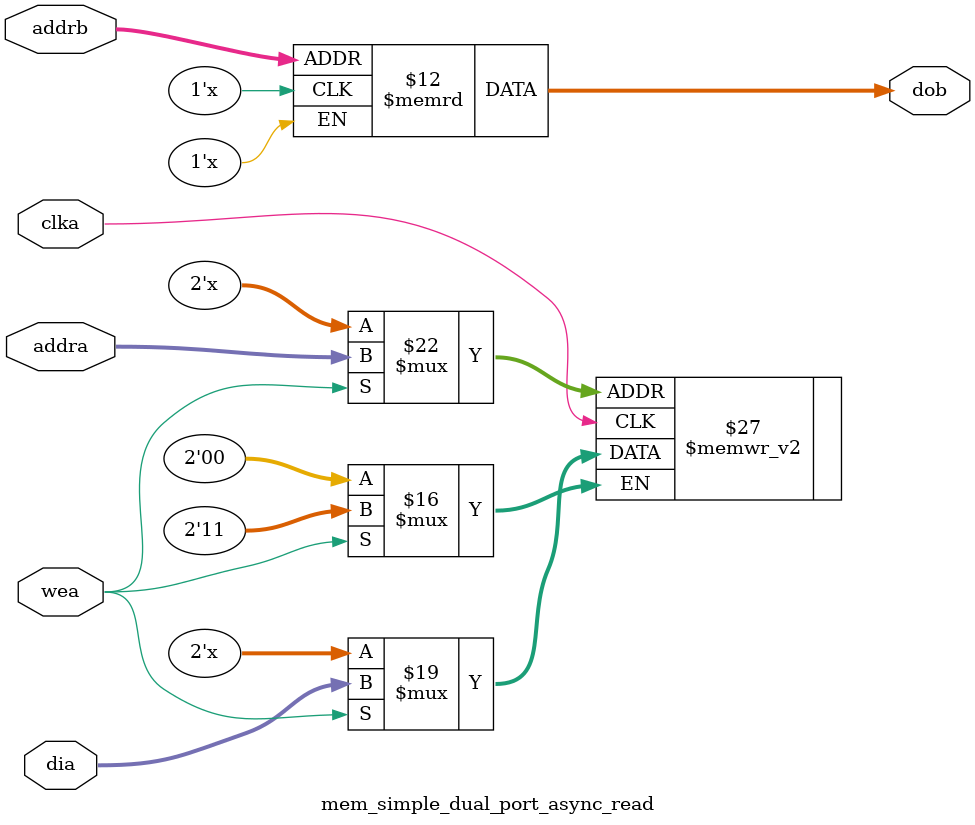
<source format=sv>
/*******************************************************************************
#   +html+<pre>
#
#   FILENAME: mem_simple_dual_port_async_read.sv
#   AUTHOR: Greg Taylor     CREATION DATE: 19 May 2024
#
#   DESCRIPTION:
#   Quartus needs special syn_ramstyle = "MLAB, no_rw_check"
#   directive on RAM to place in MLAB (LUT RAM), otherwise registers get used for async read. Was not able
#   to successfully include this in mem_simple_dual_port even with generate statements
#   so created a separate module. Discovered this directive at https://community.intel.com/t5/Programmable-Devices/Synthesis-ramstyle/m-p/74079
#
#   CHANGE HISTORY:
#   19 May 2024    Greg Taylor
#       Initial version
#
#   Copyright (C) 2014 Greg Taylor <gtaylor@sonic.net>
#
#   This file is part of OPL3 FPGA.
#
#   OPL3 FPGA is free software: you can redistribute it and/or modify
#   it under the terms of the GNU Lesser General Public License as published by
#   the Free Software Foundation, either version 3 of the License, or
#   (at your option) any later version.
#
#   OPL3 FPGA is distributed in the hope that it will be useful,
#   but WITHOUT ANY WARRANTY; without even the implied warranty of
#   MERCHANTABILITY or FITNESS FOR A PARTICULAR PURPOSE.  See the
#   GNU Lesser General Public License for more details.
#
#   You should have received a copy of the GNU Lesser General Public License
#   along with OPL3 FPGA.  If not, see <http://www.gnu.org/licenses/>.
#
#   Original Java Code:
#   Copyright (C) 2008 Robson Cozendey <robson@cozendey.com>
#
#   Original C++ Code:
#   Copyright (C) 2012  Steffen Ohrendorf <steffen.ohrendorf@gmx.de>
#
#   Some code based on forum posts in:
#   http://forums.submarine.org.uk/phpBB/viewforum.php?f=9,
#   Copyright (C) 2010-2013 by carbon14 and opl3
#
#******************************************************************************/
`timescale 1ns / 1ps
`default_nettype none

module mem_simple_dual_port_async_read #(
    parameter DATA_WIDTH = 0,
    parameter DEPTH = 0,
    parameter logic [DATA_WIDTH-1:0] DEFAULT_VALUE = 0
) (
    input wire clka,
    input wire wea,
    input wire [$clog2(DEPTH)-1:0] addra,
    input wire [$clog2(DEPTH)-1:0] addrb,
    input wire [DATA_WIDTH-1:0] dia,
    output logic [DATA_WIDTH-1:0] dob
);
    /* synthesis syn_ramstyle = "MLAB, no_rw_check" */
    /* Changed from logic [DATA_WIDTH-1:0] ram [DEPTH-1:0] = '{default: DEFAULT_VALUE}; to 
    initial begin
        for (int i = 0; i < DEPTH; i = i + 1) begin
            ram[i] = DEFAULT_VALUE;
        end
    end
    Because of 'ERROR: Couldn't find ancestor for tagged pattern!' */
    logic [DATA_WIDTH-1:0] ram [DEPTH-1:0];

    initial begin
        for (int i = 0; i < DEPTH; i = i + 1) begin
            ram[i] = DEFAULT_VALUE;
        end
    end

    always_ff @(posedge clka) begin
        if (wea) begin
            ram[addra] <= dia;
        end
    end

    always_comb begin
        dob = ram[addrb];
    end
endmodule
`default_nettype wire

</source>
